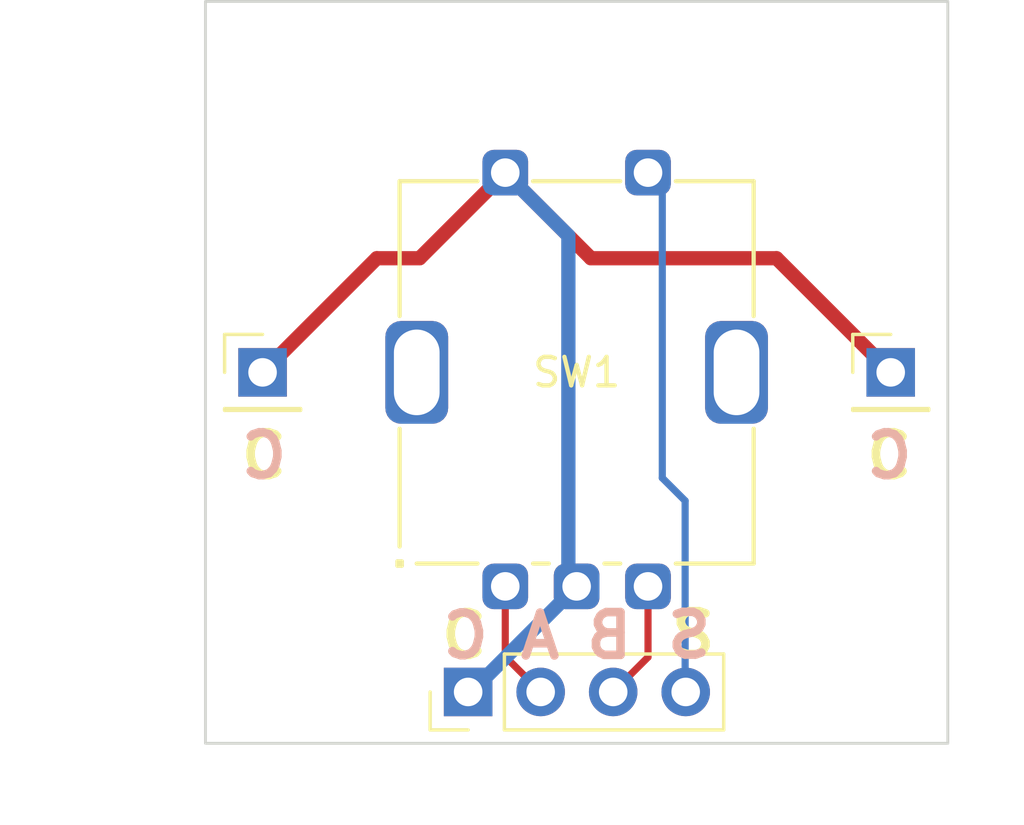
<source format=kicad_pcb>
(kicad_pcb (version 20221018) (generator pcbnew)
  (layers (0 "F.Cu" signal) (31 "B.Cu" signal) (34 "B.Paste" user) (35 "F.Paste" user) (36 "B.SilkS" user "B.Silkscreen") (37 "F.SilkS" user "F.Silkscreen") (38 "B.Mask" user) (39 "F.Mask" user) (44 "Edge.Cuts" user))
  (net 0 "")
  (net 1 "A")
  (net 2 "B")
  (net 3 "S")
  (net 4 "C")
  (footprint "Connector_PinHeader_2.54mm:PinHeader_1x01_P2.54mm_Vertical" (layer "F.Cu") (at 151 100)
    (fp_text reference "J3" hide)
    (fp_text value "Conn_01x01")
    (fp_line (start -1.33 -1.33) (end 0 -1.33) (stroke (width 0.12)) (layer "F.SilkS"))
    (fp_line (start -1.33 0) (end -1.33 -1.33) (stroke (width 0.12)) (layer "F.SilkS"))
    (fp_line (start -1.33 1.27) (end -1.33 1.33) (stroke (width 0.12)) (layer "F.SilkS"))
    (fp_line (start -1.33 1.27) (end 1.33 1.27) (stroke (width 0.12)) (layer "F.SilkS"))
    (fp_line (start -1.33 1.33) (end 1.33 1.33) (stroke (width 0.12)) (layer "F.SilkS"))
    (fp_line (start 1.33 1.27) (end 1.33 1.33) (stroke (width 0.12)) (layer "F.SilkS"))
    (pad "1" thru_hole rect (at 0 0) (size 1.7 1.7) (drill 1) (layers "*.Cu" "*.Mask") (net 4 "C"))
  )
  (footprint "MountingHole:MountingHole_2.7mm_M2.5" (layer "F.Cu") (at 130 90)
    (fp_text reference "REF**" hide)
    (fp_text value "MountingHole_2.7mm_M2.5" hide)
    (pad "" np_thru_hole circle (at 0 0) (size 2.7 2.7) (drill 2.7) (layers "*.Cu" "*.Mask"))
  )
  (footprint "MountingHole:MountingHole_2.7mm_M2.5" (layer "F.Cu") (at 150 110)
    (fp_text reference "REF**" hide)
    (fp_text value "MountingHole_2.7mm_M2.5" hide)
    (pad "" np_thru_hole circle (at 0 0) (size 2.7 2.7) (drill 2.7) (layers "*.Cu" "*.Mask"))
  )
  (footprint "Connector_PinHeader_2.54mm:PinHeader_1x01_P2.54mm_Vertical" (layer "F.Cu") (at 129 100)
    (fp_text reference "J2" hide)
    (fp_text value "Conn_01x01")
    (fp_line (start -1.33 -1.33) (end 0 -1.33) (stroke (width 0.12)) (layer "F.SilkS"))
    (fp_line (start -1.33 0) (end -1.33 -1.33) (stroke (width 0.12)) (layer "F.SilkS"))
    (fp_line (start -1.33 1.27) (end -1.33 1.33) (stroke (width 0.12)) (layer "F.SilkS"))
    (fp_line (start -1.33 1.27) (end 1.33 1.27) (stroke (width 0.12)) (layer "F.SilkS"))
    (fp_line (start -1.33 1.33) (end 1.33 1.33) (stroke (width 0.12)) (layer "F.SilkS"))
    (fp_line (start 1.33 1.27) (end 1.33 1.33) (stroke (width 0.12)) (layer "F.SilkS"))
    (pad "1" thru_hole rect (at 0 0) (size 1.7 1.7) (drill 1) (layers "*.Cu" "*.Mask") (net 4 "C"))
  )
  (footprint "local:PEC12R-4217F-S0024" (layer "F.Cu") (at 140 100)
    (fp_text reference "SW1" (at 0 0) (layer "F.SilkS"))
    (fp_text value "RotaryEncoder_Switch")
    (fp_line (start -6.275 6.625) (end -6.125 6.625) (stroke (width 0.15)) (layer "F.SilkS"))
    (fp_line (start -6.275 6.775) (end -6.275 6.625) (stroke (width 0.15)) (layer "F.SilkS"))
    (fp_line (start -6.2 -6.7) (end -6.2 -1.975) (stroke (width 0.15)) (layer "F.SilkS"))
    (fp_line (start -6.2 1.975) (end -6.2 6.1) (stroke (width 0.15)) (layer "F.SilkS"))
    (fp_line (start -6.125 6.625) (end -6.125 6.775) (stroke (width 0.15)) (layer "F.SilkS"))
    (fp_line (start -6.125 6.775) (end -6.275 6.775) (stroke (width 0.15)) (layer "F.SilkS"))
    (fp_line (start -5.6 6.7) (end -3.475 6.7) (stroke (width 0.15)) (layer "F.SilkS"))
    (fp_line (start -3.475 -6.7) (end -6.2 -6.7) (stroke (width 0.15)) (layer "F.SilkS"))
    (fp_line (start -1.525 6.7) (end -0.975 6.7) (stroke (width 0.15)) (layer "F.SilkS"))
    (fp_line (start 0.975 6.7) (end 1.525 6.7) (stroke (width 0.15)) (layer "F.SilkS"))
    (fp_line (start 1.525 -6.7) (end -1.525 -6.7) (stroke (width 0.15)) (layer "F.SilkS"))
    (fp_line (start 3.475 6.7) (end 6.2 6.7) (stroke (width 0.15)) (layer "F.SilkS"))
    (fp_line (start 6.2 -6.7) (end 3.475 -6.7) (stroke (width 0.15)) (layer "F.SilkS"))
    (fp_line (start 6.2 -1.975) (end 6.2 -6.7) (stroke (width 0.15)) (layer "F.SilkS"))
    (fp_line (start 6.2 6.7) (end 6.2 1.975) (stroke (width 0.15)) (layer "F.SilkS"))
    (pad "1" thru_hole roundrect (at -5.6 0) (size 2.2 3.6) (drill oval 1.6 3) (layers "*.Cu" "*.Mask"))
    (pad "2" thru_hole roundrect (at 5.6 0) (size 2.2 3.6) (drill oval 1.6 3) (layers "*.Cu" "*.Mask"))
    (pad "A" thru_hole roundrect (at -2.5 7.5) (size 1.6 1.6) (drill 1) (layers "*.Cu" "*.Mask") (net 1 "A"))
    (pad "B" thru_hole roundrect (at 2.5 7.5) (size 1.6 1.6) (drill 1) (layers "*.Cu" "*.Mask") (net 2 "B"))
    (pad "C" thru_hole roundrect (at 0 7.5) (size 1.6 1.6) (drill 1) (layers "*.Cu" "*.Mask") (net 4 "C"))
    (pad "S1" thru_hole roundrect (at -2.5 -7) (size 1.6 1.6) (drill 1) (layers "*.Cu" "*.Mask") (net 4 "C"))
    (pad "S2" thru_hole roundrect (at 2.5 -7) (size 1.6 1.6) (drill 1) (layers "*.Cu" "*.Mask") (net 3 "S"))
  )
  (footprint "MountingHole:MountingHole_2.7mm_M2.5" (layer "F.Cu") (at 150 90)
    (fp_text reference "REF**" hide)
    (fp_text value "MountingHole_2.7mm_M2.5" hide)
    (pad "" np_thru_hole circle (at 0 0) (size 2.7 2.7) (drill 2.7) (layers "*.Cu" "*.Mask"))
  )
  (footprint "MountingHole:MountingHole_2.7mm_M2.5" (layer "F.Cu") (at 130 110)
    (fp_text reference "REF**" hide)
    (fp_text value "MountingHole_2.7mm_M2.5")
    (pad "" np_thru_hole circle (at 0 0) (size 2.7 2.7) (drill 2.7) (layers "*.Cu" "*.Mask"))
  )
  (footprint "Connector_PinHeader_2.54mm:PinHeader_1x04_P2.54mm_Vertical" (layer "F.Cu") (at 136.2 111.2 90)
    (fp_text reference "J1" hide)
    (fp_text value "Conn_01x04")
    (fp_line (start -1.33 -1.33) (end 0 -1.33) (stroke (width 0.12)) (layer "F.SilkS"))
    (fp_line (start -1.33 0) (end -1.33 -1.33) (stroke (width 0.12)) (layer "F.SilkS"))
    (fp_line (start -1.33 1.27) (end -1.33 8.95) (stroke (width 0.12)) (layer "F.SilkS"))
    (fp_line (start -1.33 1.27) (end 1.33 1.27) (stroke (width 0.12)) (layer "F.SilkS"))
    (fp_line (start -1.33 8.95) (end 1.33 8.95) (stroke (width 0.12)) (layer "F.SilkS"))
    (fp_line (start 1.33 1.27) (end 1.33 8.95) (stroke (width 0.12)) (layer "F.SilkS"))
    (pad "1" thru_hole rect (at 0 0 90) (size 1.7 1.7) (drill 1) (layers "*.Cu" "*.Mask") (net 4 "C"))
    (pad "2" thru_hole oval (at 0 2.54 90) (size 1.7 1.7) (drill 1) (layers "*.Cu" "*.Mask") (net 1 "A"))
    (pad "3" thru_hole oval (at 0 5.08 90) (size 1.7 1.7) (drill 1) (layers "*.Cu" "*.Mask") (net 2 "B"))
    (pad "4" thru_hole oval (at 0 7.62 90) (size 1.7 1.7) (drill 1) (layers "*.Cu" "*.Mask") (net 3 "S"))
  )
  (gr_rect (start 127 87) (end 153 113) (stroke (width 0.1)) (fill none) (layer "Edge.Cuts"))
  (gr_text "A" (at 139.56 110.12) (layer "B.SilkS") (effects (font (size 1.5 1.5) (thickness 0.3) bold) (justify left bottom mirror)))
  (gr_text "S" (at 144.85 110.09) (layer "B.SilkS") (effects (font (size 1.5 1.5) (thickness 0.3) bold) (justify left bottom mirror)))
  (gr_text "B" (at 142.09 110.1) (layer "B.SilkS") (effects (font (size 1.5 1.5) (thickness 0.3) bold) (justify left bottom mirror)))
  (gr_text "C" (at 151.9 103.8) (layer "B.SilkS") (effects (font (size 1.5 1.5) (thickness 0.3) bold) (justify left bottom mirror)))
  (gr_text "C" (at 130 103.8) (layer "B.SilkS") (effects (font (size 1.5 1.5) (thickness 0.3) bold) (justify left bottom mirror)))
  (gr_text "C" (at 137.06 110.11) (layer "B.SilkS") (effects (font (size 1.5 1.5) (thickness 0.3) bold) (justify left bottom mirror)))
  (gr_text "C" (at 128.1 103.8) (layer "F.SilkS") (effects (font (size 1.5 1.5) (thickness 0.3) bold) (justify left bottom)))
  (gr_text "C" (at 135.11 110.1) (layer "F.SilkS") (effects (font (size 1.5 1.5) (thickness 0.3) bold) (justify left bottom)))
  (gr_text "C" (at 150 103.8) (layer "F.SilkS") (effects (font (size 1.5 1.5) (thickness 0.3) bold) (justify left bottom)))
  (gr_text "S" (at 143.17 110.07) (layer "F.SilkS") (effects (font (size 1.5 1.5) (thickness 0.3) bold) (justify left bottom)))
  (segment (start 137.5 109.96) (end 138.74 111.2) (width 0.25) (layer "F.Cu") (net 1))
  (segment (start 137.5 107.5) (end 137.5 109.96) (width 0.25) (layer "F.Cu") (net 1))
  (segment (start 142.5 109.98) (end 141.28 111.2) (width 0.25) (layer "F.Cu") (net 2))
  (segment (start 142.5 107.5) (end 142.5 109.98) (width 0.25) (layer "F.Cu") (net 2))
  (segment (start 142.5 93) (end 142.9 93.4) (width 0.25) (layer "B.Cu") (net 3))
  (segment (start 142.5 93) (end 143 93.5) (width 0.25) (layer "B.Cu") (net 3))
  (segment (start 143.8 104.5) (end 143.8 111.18) (width 0.25) (layer "B.Cu") (net 3))
  (segment (start 143 103.7) (end 143.8 104.5) (width 0.25) (layer "B.Cu") (net 3))
  (segment (start 143 93.5) (end 143 103.7) (width 0.25) (layer "B.Cu") (net 3))
  (segment (start 143.8 111.18) (end 143.82 111.2) (width 0.25) (layer "B.Cu") (net 3))
  (segment (start 147 96) (end 151 100) (width 0.5) (layer "F.Cu") (net 4))
  (segment (start 129 100) (end 133 96) (width 0.5) (layer "F.Cu") (net 4))
  (segment (start 134.5 96) (end 137.5 93) (width 0.5) (layer "F.Cu") (net 4))
  (segment (start 133 96) (end 134.5 96) (width 0.5) (layer "F.Cu") (net 4))
  (segment (start 140.5 96) (end 147 96) (width 0.5) (layer "F.Cu") (net 4))
  (segment (start 137.5 93) (end 140.5 96) (width 0.5) (layer "F.Cu") (net 4))
  (segment (start 136.9 93.6) (end 137.5 93) (width 0.25) (layer "B.Cu") (net 4))
  (segment (start 140 107.5) (end 136.3 111.2) (width 0.5) (layer "B.Cu") (net 4))
  (segment (start 139.71 107.23) (end 139.71 95.21) (width 0.5) (layer "B.Cu") (net 4))
  (segment (start 136.3 111.2) (end 136.2 111.2) (width 0.5) (layer "B.Cu") (net 4))
  (segment (start 139.98 107.5) (end 139.71 107.23) (width 0.5) (layer "B.Cu") (net 4))
  (segment (start 139.71 95.21) (end 137.5 93) (width 0.5) (layer "B.Cu") (net 4))
  (segment (start 140 107.5) (end 139.98 107.5) (width 0.5) (layer "B.Cu") (net 4))
)
</source>
